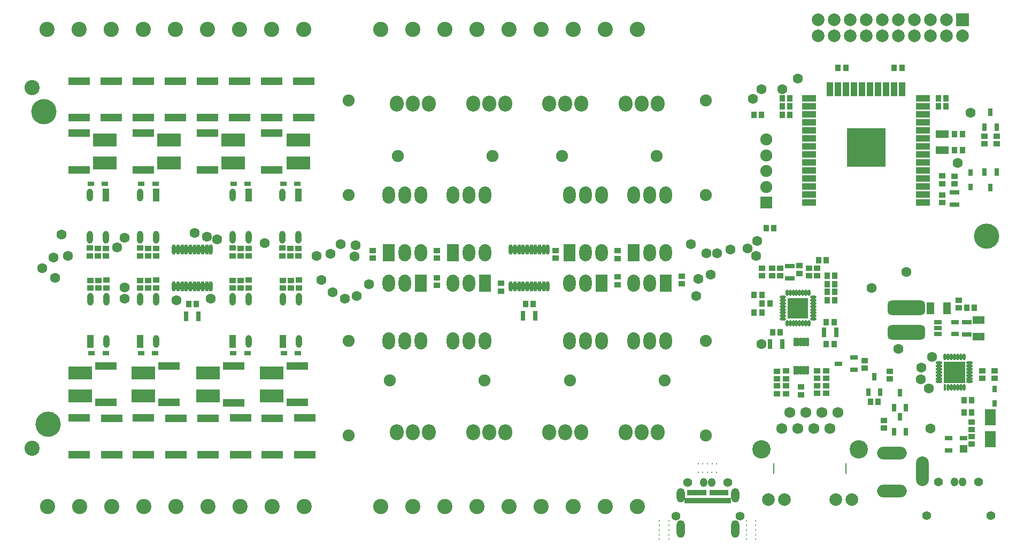
<source format=gts>
%TF.GenerationSoftware,Altium Limited,Altium Designer,18.1.9 (240)*%
G04 Layer_Color=8388736*
%FSLAX25Y25*%
%MOIN*%
%TF.FileFunction,Soldermask,Top*%
%TF.Part,Single*%
G01*
G75*
%TA.AperFunction,SMDPad,CuDef*%
%ADD90C,0.15748*%
%ADD92R,0.04147X0.03556*%
%ADD93R,0.03950X0.07887*%
%ADD94O,0.03950X0.07887*%
%ADD95R,0.13595X0.04540*%
%ADD96R,0.14580X0.08477*%
%ADD97R,0.04147X0.02572*%
%ADD99R,0.04343X0.03753*%
%ADD101R,0.03753X0.04343*%
%ADD102O,0.02572X0.06312*%
%ADD104R,0.03556X0.04147*%
%ADD105R,0.02572X0.04147*%
%TA.AperFunction,ComponentPad*%
%ADD106C,0.05524*%
%ADD107O,0.04737X0.05524*%
%ADD108O,0.07887X0.18517*%
%ADD109O,0.18517X0.07887*%
%TA.AperFunction,WasherPad*%
%ADD110C,0.00800*%
%TA.AperFunction,ComponentPad*%
%ADD111O,0.05131X0.09068*%
%ADD112O,0.05131X0.11036*%
%ADD113C,0.07493*%
%ADD114C,0.09461*%
%ADD115R,0.07493X0.07493*%
%TA.AperFunction,ViaPad*%
%ADD116C,0.09461*%
%TA.AperFunction,ComponentPad*%
%ADD117C,0.07887*%
%ADD118R,0.07887X0.07887*%
%ADD119O,0.08674X0.09855*%
%ADD120C,0.06800*%
%ADD121C,0.11430*%
%ADD122O,0.00800X0.06786*%
%TA.AperFunction,ViaPad*%
%ADD123C,0.06312*%
%ADD124C,0.03162*%
%ADD125C,0.03556*%
%TA.AperFunction,SMDPad,CuDef*%
%ADD127R,0.01981X0.03556*%
%ADD128R,0.04737X0.03556*%
%ADD129R,0.08674X0.04343*%
%ADD130R,0.04343X0.08674*%
%ADD131R,0.24422X0.24422*%
%ADD132R,0.03162X0.04737*%
%ADD133R,0.13595X0.13595*%
%ADD134O,0.04343X0.01784*%
%ADD135O,0.01784X0.04343*%
%ADD136R,0.01784X0.04343*%
%ADD137O,0.03950X0.01784*%
%ADD138O,0.01784X0.03950*%
%ADD139R,0.13005X0.13005*%
%ADD140O,0.07808X0.10642*%
%ADD141R,0.07808X0.10642*%
%ADD142R,0.02965X0.06115*%
%ADD143R,0.04737X0.03162*%
%ADD144R,0.04737X0.04737*%
%ADD145R,0.07099X0.10052*%
G04:AMPARAMS|DCode=146|XSize=90.68mil|YSize=236.35mil|CornerRadius=24.67mil|HoleSize=0mil|Usage=FLASHONLY|Rotation=90.000|XOffset=0mil|YOffset=0mil|HoleType=Round|Shape=RoundedRectangle|*
%AMROUNDEDRECTD146*
21,1,0.09068,0.18701,0,0,90.0*
21,1,0.04134,0.23635,0,0,90.0*
1,1,0.04934,0.09350,0.02067*
1,1,0.04934,0.09350,-0.02067*
1,1,0.04934,-0.09350,-0.02067*
1,1,0.04934,-0.09350,0.02067*
%
%ADD146ROUNDEDRECTD146*%
%ADD147R,0.04737X0.07296*%
%ADD148R,0.06115X0.02965*%
%ADD149R,0.07296X0.04737*%
%ADD150R,0.02060X0.05524*%
%ADD151O,0.02060X0.05524*%
%ADD152R,0.07887X0.04737*%
D90*
X860000Y325000D02*
D03*
X275000Y207500D02*
D03*
X272500Y402500D02*
D03*
D92*
X557500Y295413D02*
D03*
Y290689D02*
D03*
X630000Y315724D02*
D03*
Y311000D02*
D03*
Y294655D02*
D03*
Y299379D02*
D03*
X670000Y295155D02*
D03*
Y299880D02*
D03*
X591500Y315811D02*
D03*
Y311087D02*
D03*
X517500Y315909D02*
D03*
Y311185D02*
D03*
Y294189D02*
D03*
Y298913D02*
D03*
X477500Y315909D02*
D03*
Y311185D02*
D03*
X431000Y312638D02*
D03*
Y317362D02*
D03*
X421500Y297362D02*
D03*
Y292638D02*
D03*
X390000Y297362D02*
D03*
Y292638D02*
D03*
X400000Y312638D02*
D03*
Y317362D02*
D03*
X332496Y297362D02*
D03*
Y292638D02*
D03*
X342500Y312638D02*
D03*
Y317362D02*
D03*
X311000Y312638D02*
D03*
Y317362D02*
D03*
X301500Y297362D02*
D03*
Y292638D02*
D03*
X850799Y195138D02*
D03*
Y199862D02*
D03*
Y204276D02*
D03*
Y209000D02*
D03*
X865000Y236107D02*
D03*
Y240832D02*
D03*
X842591Y280161D02*
D03*
Y284885D02*
D03*
X799866Y240592D02*
D03*
Y235868D02*
D03*
X783929Y242638D02*
D03*
Y247362D02*
D03*
X796000Y205205D02*
D03*
Y209929D02*
D03*
X729512Y231403D02*
D03*
Y226679D02*
D03*
Y235858D02*
D03*
Y240582D02*
D03*
X759991Y236107D02*
D03*
Y240832D02*
D03*
Y231562D02*
D03*
Y226838D02*
D03*
X754516Y304862D02*
D03*
Y300138D02*
D03*
X749386Y304862D02*
D03*
Y300138D02*
D03*
X731516Y304862D02*
D03*
Y300138D02*
D03*
X726499Y304862D02*
D03*
Y300138D02*
D03*
X720154Y304862D02*
D03*
Y300138D02*
D03*
X858733Y387362D02*
D03*
Y382638D02*
D03*
X866240Y382638D02*
D03*
Y387362D02*
D03*
X839972Y357500D02*
D03*
Y362224D02*
D03*
X306000Y317362D02*
D03*
Y312638D02*
D03*
X337500Y317362D02*
D03*
Y312638D02*
D03*
X395000Y317362D02*
D03*
Y312638D02*
D03*
Y292638D02*
D03*
Y297362D02*
D03*
X426500Y292638D02*
D03*
Y297362D02*
D03*
X337500Y292638D02*
D03*
Y297362D02*
D03*
X426000Y317362D02*
D03*
Y312638D02*
D03*
X306500Y297362D02*
D03*
Y292638D02*
D03*
D93*
X301500Y259311D02*
D03*
X332496D02*
D03*
X390000D02*
D03*
X421500D02*
D03*
X431000Y350689D02*
D03*
X400000D02*
D03*
X342496D02*
D03*
X311000D02*
D03*
D94*
X311500Y285689D02*
D03*
X301500D02*
D03*
X311500Y259311D02*
D03*
X342496Y285689D02*
D03*
X332496D02*
D03*
X342496Y259311D02*
D03*
X400000Y285689D02*
D03*
X390000D02*
D03*
X400000Y259311D02*
D03*
X431500Y285689D02*
D03*
X421500D02*
D03*
X431500Y259311D02*
D03*
X421000Y324311D02*
D03*
X431000D02*
D03*
X421000Y350689D02*
D03*
X390000D02*
D03*
X400000Y324311D02*
D03*
X390000D02*
D03*
X332496Y350689D02*
D03*
X342496Y324311D02*
D03*
X332496D02*
D03*
X301000Y350689D02*
D03*
X311000Y324311D02*
D03*
X301000D02*
D03*
D95*
X294500Y366281D02*
D03*
Y389115D02*
D03*
X334429Y366352D02*
D03*
Y389186D02*
D03*
X374500Y366281D02*
D03*
Y389115D02*
D03*
X414500Y366281D02*
D03*
Y389115D02*
D03*
X311000Y221083D02*
D03*
Y243917D02*
D03*
X430500Y221083D02*
D03*
Y243917D02*
D03*
X390571Y221012D02*
D03*
Y243847D02*
D03*
X350500Y221083D02*
D03*
Y243917D02*
D03*
X334500Y188583D02*
D03*
Y211417D02*
D03*
X434500Y398781D02*
D03*
Y421615D02*
D03*
X414500Y398793D02*
D03*
Y421627D02*
D03*
X394500Y398781D02*
D03*
Y421615D02*
D03*
X374465Y398816D02*
D03*
Y421651D02*
D03*
X354429Y398781D02*
D03*
Y421615D02*
D03*
X334500Y398840D02*
D03*
Y421674D02*
D03*
X314429Y398852D02*
D03*
Y421686D02*
D03*
X294500Y398863D02*
D03*
Y421698D02*
D03*
X435000Y211417D02*
D03*
Y188583D02*
D03*
X414571Y211347D02*
D03*
Y188512D02*
D03*
X395000Y211417D02*
D03*
Y188583D02*
D03*
X374571Y211347D02*
D03*
Y188512D02*
D03*
X354571Y211280D02*
D03*
Y188445D02*
D03*
X314571Y211347D02*
D03*
Y188512D02*
D03*
X294500Y211417D02*
D03*
Y188583D02*
D03*
D96*
X310500Y384883D02*
D03*
Y370513D02*
D03*
X350429Y384954D02*
D03*
Y370584D02*
D03*
X390500Y384883D02*
D03*
Y370513D02*
D03*
X431000Y384883D02*
D03*
Y370513D02*
D03*
X295000Y225315D02*
D03*
Y239685D02*
D03*
X414500Y239685D02*
D03*
Y225315D02*
D03*
X374571Y239614D02*
D03*
Y225244D02*
D03*
X334500Y239685D02*
D03*
Y225315D02*
D03*
D97*
X310429Y357500D02*
D03*
X301571D02*
D03*
X341929D02*
D03*
X333071D02*
D03*
X430429D02*
D03*
X421571D02*
D03*
X399429D02*
D03*
X390571D02*
D03*
X310929Y252000D02*
D03*
X302071D02*
D03*
X430851D02*
D03*
X421993D02*
D03*
X399351D02*
D03*
X390493D02*
D03*
X341847D02*
D03*
X332989D02*
D03*
D99*
X857500Y240997D02*
D03*
Y236076D02*
D03*
X754497Y240997D02*
D03*
Y236076D02*
D03*
Y226738D02*
D03*
Y231659D02*
D03*
X734941Y226537D02*
D03*
Y231458D02*
D03*
X734965Y240734D02*
D03*
Y235813D02*
D03*
X744484Y230846D02*
D03*
Y225925D02*
D03*
X743500Y306583D02*
D03*
Y301661D02*
D03*
X832500Y362461D02*
D03*
Y357539D02*
D03*
Y345765D02*
D03*
Y350687D02*
D03*
X301000Y317461D02*
D03*
Y312539D02*
D03*
X332496Y317461D02*
D03*
Y312539D02*
D03*
X390000Y317461D02*
D03*
Y312539D02*
D03*
X400000Y292539D02*
D03*
Y297461D02*
D03*
X431500Y292539D02*
D03*
Y297461D02*
D03*
X342496Y292539D02*
D03*
Y297461D02*
D03*
X421000Y317461D02*
D03*
Y312539D02*
D03*
X311500Y297461D02*
D03*
Y292539D02*
D03*
D101*
X722555Y330000D02*
D03*
X727476D02*
D03*
X577461Y282500D02*
D03*
X572539D02*
D03*
X367461D02*
D03*
X362539D02*
D03*
X732579Y410877D02*
D03*
X737500D02*
D03*
X850799Y215000D02*
D03*
X845878D02*
D03*
X850799Y222500D02*
D03*
X845878D02*
D03*
X720094Y282953D02*
D03*
X725016D02*
D03*
X764976Y271110D02*
D03*
X760055D02*
D03*
X765488Y290098D02*
D03*
X760567D02*
D03*
X765488Y284953D02*
D03*
X760567D02*
D03*
X726555Y265000D02*
D03*
X731476D02*
D03*
X840039Y388500D02*
D03*
X844961D02*
D03*
X840067Y378579D02*
D03*
X844988D02*
D03*
D102*
X563484Y293386D02*
D03*
X566043D02*
D03*
X568602D02*
D03*
X571161D02*
D03*
X573721D02*
D03*
X576279D02*
D03*
X578839D02*
D03*
X581398D02*
D03*
X583957D02*
D03*
X586516D02*
D03*
X563484Y316614D02*
D03*
X566043D02*
D03*
X568602D02*
D03*
X571161D02*
D03*
X573721D02*
D03*
X576279D02*
D03*
X578839D02*
D03*
X581398D02*
D03*
X583957D02*
D03*
X586516D02*
D03*
X376516D02*
D03*
X373957D02*
D03*
X371398D02*
D03*
X368839D02*
D03*
X366280D02*
D03*
X363720D02*
D03*
X361161D02*
D03*
X358602D02*
D03*
X356043D02*
D03*
X353484D02*
D03*
X376516Y293386D02*
D03*
X373957D02*
D03*
X371398D02*
D03*
X368839D02*
D03*
X366280D02*
D03*
X363720D02*
D03*
X361161D02*
D03*
X358602D02*
D03*
X356043D02*
D03*
X353484D02*
D03*
D104*
X807224Y430000D02*
D03*
X802500D02*
D03*
X767500D02*
D03*
X772224D02*
D03*
X737394Y405827D02*
D03*
X732670D02*
D03*
X715138Y400500D02*
D03*
X719862D02*
D03*
X852453Y280146D02*
D03*
X847728D02*
D03*
X792361Y221551D02*
D03*
X787637D02*
D03*
X765350Y294935D02*
D03*
X760626D02*
D03*
X759977Y309922D02*
D03*
X755252D02*
D03*
X715154Y277325D02*
D03*
X719878D02*
D03*
X715193Y288228D02*
D03*
X719917D02*
D03*
X764892Y257500D02*
D03*
X760167D02*
D03*
X765362Y300138D02*
D03*
X760638D02*
D03*
X834862Y410815D02*
D03*
X830138D02*
D03*
X732670Y400500D02*
D03*
X737394D02*
D03*
X834862Y405827D02*
D03*
X830138D02*
D03*
D105*
X865000Y229429D02*
D03*
Y220571D02*
D03*
X850000Y355571D02*
D03*
Y364429D02*
D03*
D106*
X862579Y150484D02*
D03*
X822579Y150500D02*
D03*
X855059Y171500D02*
D03*
X830079D02*
D03*
X706283Y150225D02*
D03*
X666283Y150241D02*
D03*
X698763Y171241D02*
D03*
X673783D02*
D03*
D107*
X845067Y171500D02*
D03*
X840079D02*
D03*
X688771Y171241D02*
D03*
X683783D02*
D03*
D108*
X819898Y178205D02*
D03*
D109*
X801000Y189622D02*
D03*
Y166000D02*
D03*
D110*
X715969Y135827D02*
D03*
Y138524D02*
D03*
Y141476D02*
D03*
Y144429D02*
D03*
Y147126D02*
D03*
X710429D02*
D03*
Y144524D02*
D03*
Y141571D02*
D03*
Y138618D02*
D03*
Y135827D02*
D03*
X656000D02*
D03*
Y138547D02*
D03*
Y141500D02*
D03*
Y144453D02*
D03*
Y147126D02*
D03*
X662094Y135827D02*
D03*
Y138547D02*
D03*
Y141500D02*
D03*
Y144453D02*
D03*
Y147126D02*
D03*
X680315Y183039D02*
D03*
X683047D02*
D03*
X686000D02*
D03*
X688953D02*
D03*
X691614D02*
D03*
Y177500D02*
D03*
X688858D02*
D03*
X685906D02*
D03*
X682953D02*
D03*
X680315D02*
D03*
D111*
X669235Y163241D02*
D03*
X703251D02*
D03*
D112*
X669235Y142139D02*
D03*
X703251D02*
D03*
D113*
X462500Y200472D02*
D03*
Y259528D02*
D03*
X487972Y235000D02*
D03*
X547028D02*
D03*
X600472D02*
D03*
X659528D02*
D03*
X685000Y259528D02*
D03*
Y200472D02*
D03*
Y409528D02*
D03*
Y350472D02*
D03*
X654528Y375000D02*
D03*
X595472D02*
D03*
X552044D02*
D03*
X492989D02*
D03*
X462500Y350551D02*
D03*
Y409606D02*
D03*
X722555Y385197D02*
D03*
Y375354D02*
D03*
Y365512D02*
D03*
Y355669D02*
D03*
D114*
X274571Y156244D02*
D03*
X354571D02*
D03*
X414500Y453883D02*
D03*
X374500D02*
D03*
X334500D02*
D03*
X294500D02*
D03*
X502374D02*
D03*
X542374D02*
D03*
X602374D02*
D03*
X642374D02*
D03*
X622445Y156244D02*
D03*
X582445D02*
D03*
X522516Y156216D02*
D03*
X482445Y156244D02*
D03*
X482374Y453883D02*
D03*
X522374D02*
D03*
X582374D02*
D03*
X622374D02*
D03*
X642445Y156244D02*
D03*
X602445D02*
D03*
X542500D02*
D03*
X502417D02*
D03*
X274500Y453883D02*
D03*
X314500D02*
D03*
X354500D02*
D03*
X394500D02*
D03*
X434500D02*
D03*
X434571Y156244D02*
D03*
X414571D02*
D03*
X394571D02*
D03*
X374571D02*
D03*
X334571D02*
D03*
X314571D02*
D03*
X294571D02*
D03*
D115*
X722555Y345827D02*
D03*
D116*
X562374Y453883D02*
D03*
X562445Y156244D02*
D03*
X265039Y192609D02*
D03*
X264968Y417518D02*
D03*
D117*
X795032Y460002D02*
D03*
Y450002D02*
D03*
X785032Y460002D02*
D03*
Y450002D02*
D03*
X775032Y460002D02*
D03*
Y450002D02*
D03*
X805032D02*
D03*
Y460002D02*
D03*
X815032Y450002D02*
D03*
Y460002D02*
D03*
X825032Y450002D02*
D03*
Y460002D02*
D03*
X835032Y450002D02*
D03*
Y460002D02*
D03*
X845032Y450002D02*
D03*
X765032Y460002D02*
D03*
Y450002D02*
D03*
X755032Y460002D02*
D03*
Y450002D02*
D03*
X766115Y160709D02*
D03*
X776115D02*
D03*
X733949D02*
D03*
X723949D02*
D03*
D118*
X845032Y460002D02*
D03*
D119*
X645000Y202500D02*
D03*
X635000D02*
D03*
X655000D02*
D03*
X597500D02*
D03*
X587500D02*
D03*
X607500D02*
D03*
X550000D02*
D03*
X540000D02*
D03*
X560000D02*
D03*
X502374D02*
D03*
X492374D02*
D03*
X512374D02*
D03*
X645000Y407500D02*
D03*
X655000D02*
D03*
X635000D02*
D03*
X597500D02*
D03*
X607500D02*
D03*
X587500D02*
D03*
X550000D02*
D03*
X560000D02*
D03*
X540000D02*
D03*
X502500D02*
D03*
X512500D02*
D03*
X492500D02*
D03*
D120*
X762512Y205000D02*
D03*
X752512D02*
D03*
X742512D02*
D03*
X732512D02*
D03*
X767512Y215000D02*
D03*
X757512D02*
D03*
X737512D02*
D03*
X747512D02*
D03*
D121*
X719540Y192008D02*
D03*
X780524D02*
D03*
D122*
X772532Y180000D02*
D03*
X727532D02*
D03*
D123*
X719862Y416693D02*
D03*
X742500Y423079D02*
D03*
X376516Y285846D02*
D03*
X700220Y316614D02*
D03*
X354921Y285000D02*
D03*
X283500Y326000D02*
D03*
X322750Y286000D02*
D03*
Y293000D02*
D03*
X373957Y324500D02*
D03*
X322618Y324000D02*
D03*
X380500Y323000D02*
D03*
X685413Y314108D02*
D03*
X692000D02*
D03*
X675558Y320000D02*
D03*
X680500Y298297D02*
D03*
X688000Y300864D02*
D03*
X679058Y287500D02*
D03*
X849964Y401893D02*
D03*
X824878Y205000D02*
D03*
X460000Y285953D02*
D03*
X804878Y254500D02*
D03*
X819500Y243000D02*
D03*
X819000Y235500D02*
D03*
X826000Y249500D02*
D03*
X824000Y230000D02*
D03*
X732579Y416693D02*
D03*
X714500Y410500D02*
D03*
X716500Y312539D02*
D03*
X711000Y317362D02*
D03*
X717000Y322000D02*
D03*
X842084Y370584D02*
D03*
X467500Y287477D02*
D03*
X475112Y295026D02*
D03*
X466000Y312359D02*
D03*
X466724Y319224D02*
D03*
X457500Y319857D02*
D03*
X442402Y312638D02*
D03*
X366247Y326977D02*
D03*
X452500Y290000D02*
D03*
X445500Y297500D02*
D03*
X451000Y314000D02*
D03*
X410000Y320500D02*
D03*
X271500Y305000D02*
D03*
X278500Y311500D02*
D03*
X279500Y299000D02*
D03*
X318000Y318000D02*
D03*
X287500Y312449D02*
D03*
X810000Y302468D02*
D03*
X788500Y292572D02*
D03*
X719862Y257500D02*
D03*
D124*
X844303Y244297D02*
D03*
Y239966D02*
D03*
Y235635D02*
D03*
X839972Y244297D02*
D03*
Y239966D02*
D03*
Y235635D02*
D03*
X835642Y244297D02*
D03*
Y239966D02*
D03*
Y235635D02*
D03*
D125*
X746846Y275669D02*
D03*
X742516D02*
D03*
X738185D02*
D03*
X746846Y280000D02*
D03*
X742516D02*
D03*
X738185D02*
D03*
X746846Y284331D02*
D03*
X742516D02*
D03*
X738185D02*
D03*
D127*
X698054Y164855D02*
D03*
X696086D02*
D03*
X694117D02*
D03*
X692149D02*
D03*
X690180D02*
D03*
X688212D02*
D03*
X695102Y159741D02*
D03*
X693133D02*
D03*
X691165D02*
D03*
X689196D02*
D03*
X687227D02*
D03*
X685259D02*
D03*
X683290D02*
D03*
X681322D02*
D03*
X679354D02*
D03*
X677385D02*
D03*
X674432Y164855D02*
D03*
X676401D02*
D03*
X678369D02*
D03*
X680338D02*
D03*
X682306D02*
D03*
X684275D02*
D03*
D128*
X674039Y159741D02*
D03*
X698448Y159735D02*
D03*
D129*
X749508Y345827D02*
D03*
Y350827D02*
D03*
Y355827D02*
D03*
Y360827D02*
D03*
Y365827D02*
D03*
Y370827D02*
D03*
Y375827D02*
D03*
Y380827D02*
D03*
Y385827D02*
D03*
Y390827D02*
D03*
Y395827D02*
D03*
Y400827D02*
D03*
Y405827D02*
D03*
Y410827D02*
D03*
X820492D02*
D03*
Y405827D02*
D03*
Y400827D02*
D03*
Y395827D02*
D03*
Y390827D02*
D03*
Y385827D02*
D03*
Y380827D02*
D03*
Y375827D02*
D03*
Y370827D02*
D03*
Y365827D02*
D03*
Y360827D02*
D03*
Y355827D02*
D03*
Y350827D02*
D03*
Y345827D02*
D03*
D130*
X762500Y416693D02*
D03*
X767500D02*
D03*
X772500D02*
D03*
X777500D02*
D03*
X782500D02*
D03*
X787500D02*
D03*
X792500D02*
D03*
X797500D02*
D03*
X802500D02*
D03*
X807500D02*
D03*
D131*
X785000Y380079D02*
D03*
D132*
X862500Y402224D02*
D03*
X866240Y392776D02*
D03*
X858760D02*
D03*
X790000Y237112D02*
D03*
X793740Y227663D02*
D03*
X786260D02*
D03*
X806000Y227224D02*
D03*
X809740Y217776D02*
D03*
X802260D02*
D03*
X806000Y212224D02*
D03*
X809740Y202776D02*
D03*
X802260D02*
D03*
X862500Y355276D02*
D03*
X858760Y364724D02*
D03*
X866240D02*
D03*
D133*
X839972Y239966D02*
D03*
D134*
X830523Y234061D02*
D03*
Y236029D02*
D03*
Y237998D02*
D03*
Y239966D02*
D03*
Y241934D02*
D03*
Y243903D02*
D03*
Y245871D02*
D03*
X849421D02*
D03*
Y243903D02*
D03*
Y241934D02*
D03*
Y239966D02*
D03*
Y237998D02*
D03*
Y236029D02*
D03*
Y234061D02*
D03*
D135*
X834067Y249415D02*
D03*
X836035D02*
D03*
X838004D02*
D03*
X839972D02*
D03*
X841941D02*
D03*
X843909D02*
D03*
X845878D02*
D03*
Y230517D02*
D03*
X843909D02*
D03*
X841941D02*
D03*
X839972D02*
D03*
X838004D02*
D03*
X836035D02*
D03*
D136*
X834067D02*
D03*
D137*
X751965Y273110D02*
D03*
Y275079D02*
D03*
Y277047D02*
D03*
Y279016D02*
D03*
Y280984D02*
D03*
Y282953D02*
D03*
Y284921D02*
D03*
Y286890D02*
D03*
X733067D02*
D03*
Y284921D02*
D03*
Y282953D02*
D03*
Y280984D02*
D03*
Y279016D02*
D03*
Y277047D02*
D03*
Y275079D02*
D03*
Y273110D02*
D03*
D138*
X749405Y289449D02*
D03*
X747437D02*
D03*
X745469D02*
D03*
X743500D02*
D03*
X741532D02*
D03*
X739563D02*
D03*
X737595D02*
D03*
X735626D02*
D03*
Y270551D02*
D03*
X737595D02*
D03*
X739563D02*
D03*
X741532D02*
D03*
X743500D02*
D03*
X745469D02*
D03*
X747437D02*
D03*
X749405D02*
D03*
D139*
X742516Y280000D02*
D03*
D140*
X620000Y350413D02*
D03*
X610000D02*
D03*
X600000D02*
D03*
X620000Y314587D02*
D03*
X610000D02*
D03*
X660000Y350413D02*
D03*
X650000D02*
D03*
X640000D02*
D03*
X660000Y314587D02*
D03*
X650000D02*
D03*
X640000Y259587D02*
D03*
X650000D02*
D03*
X660000D02*
D03*
X640000Y295413D02*
D03*
X650000D02*
D03*
X600000Y259587D02*
D03*
X610000D02*
D03*
X620000D02*
D03*
X600000Y295413D02*
D03*
X610000D02*
D03*
X527500Y259587D02*
D03*
X537500D02*
D03*
X547500D02*
D03*
X527500Y295413D02*
D03*
X537500D02*
D03*
X487500Y259587D02*
D03*
X497500D02*
D03*
X507500D02*
D03*
X487500Y295413D02*
D03*
X497500D02*
D03*
X507500Y350512D02*
D03*
X497500D02*
D03*
X487500D02*
D03*
X507500Y314685D02*
D03*
X497500D02*
D03*
X547500Y350413D02*
D03*
X537500D02*
D03*
X527500D02*
D03*
X547500Y314587D02*
D03*
X537500D02*
D03*
D141*
X600000D02*
D03*
X640000D02*
D03*
X660000Y295413D02*
D03*
X620000D02*
D03*
X547500D02*
D03*
X507500D02*
D03*
X487500Y314685D02*
D03*
X527500Y314587D02*
D03*
D142*
X571161Y275079D02*
D03*
X578839D02*
D03*
X361087Y274913D02*
D03*
X368764D02*
D03*
X732854Y257500D02*
D03*
X725177D02*
D03*
X758661Y265000D02*
D03*
X766339D02*
D03*
D143*
X836276Y191260D02*
D03*
Y198740D02*
D03*
X845724D02*
D03*
X829677Y271209D02*
D03*
Y267469D02*
D03*
Y263728D02*
D03*
X840504D02*
D03*
Y271209D02*
D03*
X767807Y245349D02*
D03*
X777256Y249089D02*
D03*
Y241609D02*
D03*
D144*
X845724Y192047D02*
D03*
D145*
X862500Y198201D02*
D03*
Y211799D02*
D03*
D146*
X810000Y264791D02*
D03*
Y280146D02*
D03*
D147*
X835307Y279969D02*
D03*
X824874D02*
D03*
D148*
X847559Y263630D02*
D03*
Y271307D02*
D03*
X737516Y298661D02*
D03*
Y306339D02*
D03*
X840000Y352065D02*
D03*
Y344388D02*
D03*
D149*
X855091Y272685D02*
D03*
Y262252D02*
D03*
D150*
X740547Y241330D02*
D03*
D151*
X742516D02*
D03*
X744484D02*
D03*
X746453D02*
D03*
X748421D02*
D03*
X740547Y258810D02*
D03*
X742516D02*
D03*
X744484D02*
D03*
X746453D02*
D03*
X748421D02*
D03*
D152*
X832500Y388421D02*
D03*
Y378579D02*
D03*
%TF.MD5,5b9ca5f2d6fb6deae5c1d4ed06a1c1f6*%
M02*

</source>
